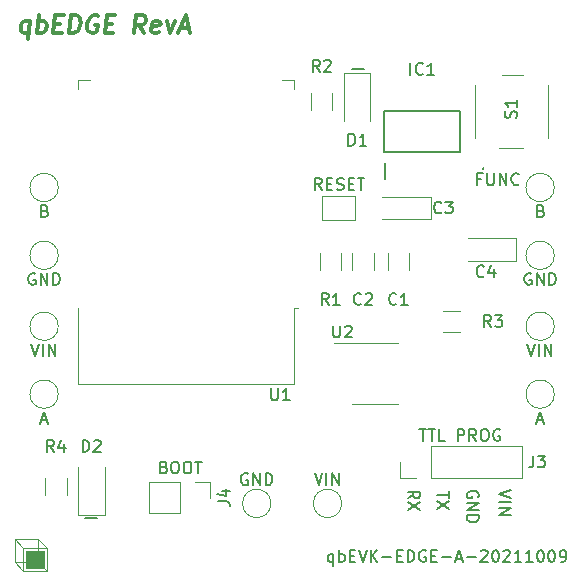
<source format=gbr>
%TF.GenerationSoftware,KiCad,Pcbnew,5.1.10-88a1d61d58~88~ubuntu20.04.1*%
%TF.CreationDate,2021-10-09T14:41:35+11:00*%
%TF.ProjectId,reva,72657661-2e6b-4696-9361-645f70636258,rev?*%
%TF.SameCoordinates,Original*%
%TF.FileFunction,Legend,Top*%
%TF.FilePolarity,Positive*%
%FSLAX46Y46*%
G04 Gerber Fmt 4.6, Leading zero omitted, Abs format (unit mm)*
G04 Created by KiCad (PCBNEW 5.1.10-88a1d61d58~88~ubuntu20.04.1) date 2021-10-09 14:41:35*
%MOMM*%
%LPD*%
G01*
G04 APERTURE LIST*
%ADD10C,0.150000*%
%ADD11C,0.100000*%
%ADD12C,0.120000*%
%ADD13C,0.300000*%
%ADD14C,0.200000*%
G04 APERTURE END LIST*
D10*
X138452380Y-124250000D02*
X137452380Y-124250000D01*
D11*
G36*
X134000000Y-128500000D02*
G01*
X132500000Y-128500000D01*
X132500000Y-127000000D01*
X134000000Y-127000000D01*
X134000000Y-128500000D01*
G37*
X134000000Y-128500000D02*
X132500000Y-128500000D01*
X132500000Y-127000000D01*
X134000000Y-127000000D01*
X134000000Y-128500000D01*
D12*
X133500000Y-128000000D02*
X131500000Y-128000000D01*
X133500000Y-128000000D02*
X134250000Y-128750000D01*
X133500000Y-126000000D02*
X133500000Y-128000000D01*
X133500000Y-126000000D02*
X134250000Y-126750000D01*
X131500000Y-126000000D02*
X133500000Y-126000000D01*
X131500000Y-128000000D02*
X132250000Y-128750000D01*
X131500000Y-126000000D02*
X131500000Y-128000000D01*
X132250000Y-126750000D02*
X131500000Y-126000000D01*
X132250000Y-126750000D02*
X132250000Y-128750000D01*
X134250000Y-126750000D02*
X132250000Y-126750000D01*
X134250000Y-128750000D02*
X134250000Y-126750000D01*
X132250000Y-128750000D02*
X134250000Y-128750000D01*
D10*
X158497738Y-127285714D02*
X158497738Y-128285714D01*
X158497738Y-127904761D02*
X158402500Y-127952380D01*
X158212023Y-127952380D01*
X158116785Y-127904761D01*
X158069166Y-127857142D01*
X158021547Y-127761904D01*
X158021547Y-127476190D01*
X158069166Y-127380952D01*
X158116785Y-127333333D01*
X158212023Y-127285714D01*
X158402500Y-127285714D01*
X158497738Y-127333333D01*
X158973928Y-127952380D02*
X158973928Y-126952380D01*
X158973928Y-127333333D02*
X159069166Y-127285714D01*
X159259642Y-127285714D01*
X159354880Y-127333333D01*
X159402500Y-127380952D01*
X159450119Y-127476190D01*
X159450119Y-127761904D01*
X159402500Y-127857142D01*
X159354880Y-127904761D01*
X159259642Y-127952380D01*
X159069166Y-127952380D01*
X158973928Y-127904761D01*
X159878690Y-127428571D02*
X160212023Y-127428571D01*
X160354880Y-127952380D02*
X159878690Y-127952380D01*
X159878690Y-126952380D01*
X160354880Y-126952380D01*
X160640595Y-126952380D02*
X160973928Y-127952380D01*
X161307261Y-126952380D01*
X161640595Y-127952380D02*
X161640595Y-126952380D01*
X162212023Y-127952380D02*
X161783452Y-127380952D01*
X162212023Y-126952380D02*
X161640595Y-127523809D01*
X162640595Y-127571428D02*
X163402500Y-127571428D01*
X163878690Y-127428571D02*
X164212023Y-127428571D01*
X164354880Y-127952380D02*
X163878690Y-127952380D01*
X163878690Y-126952380D01*
X164354880Y-126952380D01*
X164783452Y-127952380D02*
X164783452Y-126952380D01*
X165021547Y-126952380D01*
X165164404Y-127000000D01*
X165259642Y-127095238D01*
X165307261Y-127190476D01*
X165354880Y-127380952D01*
X165354880Y-127523809D01*
X165307261Y-127714285D01*
X165259642Y-127809523D01*
X165164404Y-127904761D01*
X165021547Y-127952380D01*
X164783452Y-127952380D01*
X166307261Y-127000000D02*
X166212023Y-126952380D01*
X166069166Y-126952380D01*
X165926309Y-127000000D01*
X165831071Y-127095238D01*
X165783452Y-127190476D01*
X165735833Y-127380952D01*
X165735833Y-127523809D01*
X165783452Y-127714285D01*
X165831071Y-127809523D01*
X165926309Y-127904761D01*
X166069166Y-127952380D01*
X166164404Y-127952380D01*
X166307261Y-127904761D01*
X166354880Y-127857142D01*
X166354880Y-127523809D01*
X166164404Y-127523809D01*
X166783452Y-127428571D02*
X167116785Y-127428571D01*
X167259642Y-127952380D02*
X166783452Y-127952380D01*
X166783452Y-126952380D01*
X167259642Y-126952380D01*
X167688214Y-127571428D02*
X168450119Y-127571428D01*
X168878690Y-127666666D02*
X169354880Y-127666666D01*
X168783452Y-127952380D02*
X169116785Y-126952380D01*
X169450119Y-127952380D01*
X169783452Y-127571428D02*
X170545357Y-127571428D01*
X170973928Y-127047619D02*
X171021547Y-127000000D01*
X171116785Y-126952380D01*
X171354880Y-126952380D01*
X171450119Y-127000000D01*
X171497738Y-127047619D01*
X171545357Y-127142857D01*
X171545357Y-127238095D01*
X171497738Y-127380952D01*
X170926309Y-127952380D01*
X171545357Y-127952380D01*
X172164404Y-126952380D02*
X172259642Y-126952380D01*
X172354880Y-127000000D01*
X172402500Y-127047619D01*
X172450119Y-127142857D01*
X172497738Y-127333333D01*
X172497738Y-127571428D01*
X172450119Y-127761904D01*
X172402500Y-127857142D01*
X172354880Y-127904761D01*
X172259642Y-127952380D01*
X172164404Y-127952380D01*
X172069166Y-127904761D01*
X172021547Y-127857142D01*
X171973928Y-127761904D01*
X171926309Y-127571428D01*
X171926309Y-127333333D01*
X171973928Y-127142857D01*
X172021547Y-127047619D01*
X172069166Y-127000000D01*
X172164404Y-126952380D01*
X172878690Y-127047619D02*
X172926309Y-127000000D01*
X173021547Y-126952380D01*
X173259642Y-126952380D01*
X173354880Y-127000000D01*
X173402500Y-127047619D01*
X173450119Y-127142857D01*
X173450119Y-127238095D01*
X173402500Y-127380952D01*
X172831071Y-127952380D01*
X173450119Y-127952380D01*
X174402500Y-127952380D02*
X173831071Y-127952380D01*
X174116785Y-127952380D02*
X174116785Y-126952380D01*
X174021547Y-127095238D01*
X173926309Y-127190476D01*
X173831071Y-127238095D01*
X175354880Y-127952380D02*
X174783452Y-127952380D01*
X175069166Y-127952380D02*
X175069166Y-126952380D01*
X174973928Y-127095238D01*
X174878690Y-127190476D01*
X174783452Y-127238095D01*
X175973928Y-126952380D02*
X176069166Y-126952380D01*
X176164404Y-127000000D01*
X176212023Y-127047619D01*
X176259642Y-127142857D01*
X176307261Y-127333333D01*
X176307261Y-127571428D01*
X176259642Y-127761904D01*
X176212023Y-127857142D01*
X176164404Y-127904761D01*
X176069166Y-127952380D01*
X175973928Y-127952380D01*
X175878690Y-127904761D01*
X175831071Y-127857142D01*
X175783452Y-127761904D01*
X175735833Y-127571428D01*
X175735833Y-127333333D01*
X175783452Y-127142857D01*
X175831071Y-127047619D01*
X175878690Y-127000000D01*
X175973928Y-126952380D01*
X176926309Y-126952380D02*
X177021547Y-126952380D01*
X177116785Y-127000000D01*
X177164404Y-127047619D01*
X177212023Y-127142857D01*
X177259642Y-127333333D01*
X177259642Y-127571428D01*
X177212023Y-127761904D01*
X177164404Y-127857142D01*
X177116785Y-127904761D01*
X177021547Y-127952380D01*
X176926309Y-127952380D01*
X176831071Y-127904761D01*
X176783452Y-127857142D01*
X176735833Y-127761904D01*
X176688214Y-127571428D01*
X176688214Y-127333333D01*
X176735833Y-127142857D01*
X176783452Y-127047619D01*
X176831071Y-127000000D01*
X176926309Y-126952380D01*
X177735833Y-127952380D02*
X177926309Y-127952380D01*
X178021547Y-127904761D01*
X178069166Y-127857142D01*
X178164404Y-127714285D01*
X178212023Y-127523809D01*
X178212023Y-127142857D01*
X178164404Y-127047619D01*
X178116785Y-127000000D01*
X178021547Y-126952380D01*
X177831071Y-126952380D01*
X177735833Y-127000000D01*
X177688214Y-127047619D01*
X177640595Y-127142857D01*
X177640595Y-127380952D01*
X177688214Y-127476190D01*
X177735833Y-127523809D01*
X177831071Y-127571428D01*
X178021547Y-127571428D01*
X178116785Y-127523809D01*
X178164404Y-127476190D01*
X178212023Y-127380952D01*
X160047619Y-86250000D02*
X161047619Y-86250000D01*
D13*
X132823214Y-82178571D02*
X132635714Y-83678571D01*
X132707142Y-83107142D02*
X132555357Y-83178571D01*
X132269642Y-83178571D01*
X132135714Y-83107142D01*
X132073214Y-83035714D01*
X132019642Y-82892857D01*
X132073214Y-82464285D01*
X132162500Y-82321428D01*
X132242857Y-82250000D01*
X132394642Y-82178571D01*
X132680357Y-82178571D01*
X132814285Y-82250000D01*
X133412500Y-83178571D02*
X133600000Y-81678571D01*
X133528571Y-82250000D02*
X133680357Y-82178571D01*
X133966071Y-82178571D01*
X134100000Y-82250000D01*
X134162500Y-82321428D01*
X134216071Y-82464285D01*
X134162500Y-82892857D01*
X134073214Y-83035714D01*
X133992857Y-83107142D01*
X133841071Y-83178571D01*
X133555357Y-83178571D01*
X133421428Y-83107142D01*
X134867857Y-82392857D02*
X135367857Y-82392857D01*
X135483928Y-83178571D02*
X134769642Y-83178571D01*
X134957142Y-81678571D01*
X135671428Y-81678571D01*
X136126785Y-83178571D02*
X136314285Y-81678571D01*
X136671428Y-81678571D01*
X136876785Y-81750000D01*
X137001785Y-81892857D01*
X137055357Y-82035714D01*
X137091071Y-82321428D01*
X137064285Y-82535714D01*
X136957142Y-82821428D01*
X136867857Y-82964285D01*
X136707142Y-83107142D01*
X136483928Y-83178571D01*
X136126785Y-83178571D01*
X138591071Y-81750000D02*
X138457142Y-81678571D01*
X138242857Y-81678571D01*
X138019642Y-81750000D01*
X137858928Y-81892857D01*
X137769642Y-82035714D01*
X137662500Y-82321428D01*
X137635714Y-82535714D01*
X137671428Y-82821428D01*
X137725000Y-82964285D01*
X137850000Y-83107142D01*
X138055357Y-83178571D01*
X138198214Y-83178571D01*
X138421428Y-83107142D01*
X138501785Y-83035714D01*
X138564285Y-82535714D01*
X138278571Y-82535714D01*
X139225000Y-82392857D02*
X139725000Y-82392857D01*
X139841071Y-83178571D02*
X139126785Y-83178571D01*
X139314285Y-81678571D01*
X140028571Y-81678571D01*
X142483928Y-83178571D02*
X142073214Y-82464285D01*
X141626785Y-83178571D02*
X141814285Y-81678571D01*
X142385714Y-81678571D01*
X142519642Y-81750000D01*
X142582142Y-81821428D01*
X142635714Y-81964285D01*
X142608928Y-82178571D01*
X142519642Y-82321428D01*
X142439285Y-82392857D01*
X142287500Y-82464285D01*
X141716071Y-82464285D01*
X143707142Y-83107142D02*
X143555357Y-83178571D01*
X143269642Y-83178571D01*
X143135714Y-83107142D01*
X143082142Y-82964285D01*
X143153571Y-82392857D01*
X143242857Y-82250000D01*
X143394642Y-82178571D01*
X143680357Y-82178571D01*
X143814285Y-82250000D01*
X143867857Y-82392857D01*
X143850000Y-82535714D01*
X143117857Y-82678571D01*
X144394642Y-82178571D02*
X144626785Y-83178571D01*
X145108928Y-82178571D01*
X145537500Y-82750000D02*
X146251785Y-82750000D01*
X145341071Y-83178571D02*
X146028571Y-81678571D01*
X146341071Y-83178571D01*
D10*
X173547619Y-121904761D02*
X172547619Y-122238095D01*
X173547619Y-122571428D01*
X172547619Y-122904761D02*
X173547619Y-122904761D01*
X172547619Y-123380952D02*
X173547619Y-123380952D01*
X172547619Y-123952380D01*
X173547619Y-123952380D01*
X170750000Y-122488095D02*
X170797619Y-122392857D01*
X170797619Y-122250000D01*
X170750000Y-122107142D01*
X170654761Y-122011904D01*
X170559523Y-121964285D01*
X170369047Y-121916666D01*
X170226190Y-121916666D01*
X170035714Y-121964285D01*
X169940476Y-122011904D01*
X169845238Y-122107142D01*
X169797619Y-122250000D01*
X169797619Y-122345238D01*
X169845238Y-122488095D01*
X169892857Y-122535714D01*
X170226190Y-122535714D01*
X170226190Y-122345238D01*
X169797619Y-122964285D02*
X170797619Y-122964285D01*
X169797619Y-123535714D01*
X170797619Y-123535714D01*
X169797619Y-124011904D02*
X170797619Y-124011904D01*
X170797619Y-124250000D01*
X170750000Y-124392857D01*
X170654761Y-124488095D01*
X170559523Y-124535714D01*
X170369047Y-124583333D01*
X170226190Y-124583333D01*
X170035714Y-124535714D01*
X169940476Y-124488095D01*
X169845238Y-124392857D01*
X169797619Y-124250000D01*
X169797619Y-124011904D01*
X168297619Y-121988095D02*
X168297619Y-122559523D01*
X167297619Y-122273809D02*
X168297619Y-122273809D01*
X168297619Y-122797619D02*
X167297619Y-123464285D01*
X168297619Y-123464285D02*
X167297619Y-122797619D01*
X164797619Y-122583333D02*
X165273809Y-122250000D01*
X164797619Y-122011904D02*
X165797619Y-122011904D01*
X165797619Y-122392857D01*
X165750000Y-122488095D01*
X165702380Y-122535714D01*
X165607142Y-122583333D01*
X165464285Y-122583333D01*
X165369047Y-122535714D01*
X165321428Y-122488095D01*
X165273809Y-122392857D01*
X165273809Y-122011904D01*
X165797619Y-122916666D02*
X164797619Y-123583333D01*
X165797619Y-123583333D02*
X164797619Y-122916666D01*
D14*
%TO.C,S1*%
X171200000Y-94700000D02*
X171200000Y-94700000D01*
X171200000Y-94600000D02*
X171200000Y-94600000D01*
X171200000Y-94700000D02*
X171200000Y-94700000D01*
D11*
X172800000Y-86750000D02*
X174550000Y-86750000D01*
X172800000Y-86750000D02*
X172800000Y-86750000D01*
X174550000Y-86750000D02*
X172800000Y-86750000D01*
X174550000Y-86750000D02*
X174550000Y-86750000D01*
X172550000Y-92950000D02*
X174550000Y-92950000D01*
X172550000Y-92950000D02*
X172550000Y-92950000D01*
X174550000Y-92950000D02*
X172550000Y-92950000D01*
X174550000Y-92950000D02*
X174550000Y-92950000D01*
X176650000Y-92100000D02*
X176650000Y-92100000D01*
X176650000Y-87600000D02*
X176650000Y-92100000D01*
X176650000Y-87600000D02*
X176650000Y-87600000D01*
X176650000Y-92100000D02*
X176650000Y-87600000D01*
X170450000Y-92100000D02*
X170450000Y-92100000D01*
X170450000Y-87600000D02*
X170450000Y-92100000D01*
X170450000Y-87600000D02*
X170450000Y-87600000D01*
X170450000Y-92100000D02*
X170450000Y-87600000D01*
D14*
X171200000Y-94600000D02*
G75*
G02*
X171200000Y-94700000I0J-50000D01*
G01*
X171200000Y-94700000D02*
G75*
G02*
X171200000Y-94600000I0J50000D01*
G01*
X171200000Y-94600000D02*
G75*
G02*
X171200000Y-94700000I0J-50000D01*
G01*
D12*
%TO.C,C4*%
X169900000Y-102435000D02*
X173985000Y-102435000D01*
X173985000Y-102435000D02*
X173985000Y-100565000D01*
X173985000Y-100565000D02*
X169900000Y-100565000D01*
%TO.C,C3*%
X162650000Y-98935000D02*
X166735000Y-98935000D01*
X166735000Y-98935000D02*
X166735000Y-97065000D01*
X166735000Y-97065000D02*
X162650000Y-97065000D01*
%TO.C,U1*%
X155120000Y-87900000D02*
X155120000Y-87120000D01*
X155120000Y-87120000D02*
X154120000Y-87120000D01*
X136880000Y-87900000D02*
X136880000Y-87120000D01*
X136880000Y-87120000D02*
X137880000Y-87120000D01*
X155120000Y-112865000D02*
X136880000Y-112865000D01*
X136880000Y-112865000D02*
X136880000Y-106445000D01*
X155120000Y-112865000D02*
X155120000Y-106445000D01*
X155120000Y-106445000D02*
X155500000Y-106445000D01*
%TO.C,R4*%
X135910000Y-120822936D02*
X135910000Y-122277064D01*
X134090000Y-120822936D02*
X134090000Y-122277064D01*
%TO.C,D2*%
X136865000Y-119900000D02*
X136865000Y-123960000D01*
X136865000Y-123960000D02*
X139135000Y-123960000D01*
X139135000Y-123960000D02*
X139135000Y-119900000D01*
%TO.C,TP10*%
X135200000Y-96250000D02*
G75*
G03*
X135200000Y-96250000I-1200000J0D01*
G01*
%TO.C,TP9*%
X135200000Y-113750000D02*
G75*
G03*
X135200000Y-113750000I-1200000J0D01*
G01*
%TO.C,TP8*%
X177200000Y-96250000D02*
G75*
G03*
X177200000Y-96250000I-1200000J0D01*
G01*
%TO.C,TP7*%
X177200000Y-113750000D02*
G75*
G03*
X177200000Y-113750000I-1200000J0D01*
G01*
%TO.C,R2*%
X156590000Y-89727064D02*
X156590000Y-88272936D01*
X158410000Y-89727064D02*
X158410000Y-88272936D01*
%TO.C,D1*%
X161635000Y-90600000D02*
X161635000Y-86540000D01*
X161635000Y-86540000D02*
X159365000Y-86540000D01*
X159365000Y-86540000D02*
X159365000Y-90600000D01*
%TO.C,TP6*%
X135200000Y-102000000D02*
G75*
G03*
X135200000Y-102000000I-1200000J0D01*
G01*
%TO.C,TP5*%
X135200000Y-108000000D02*
G75*
G03*
X135200000Y-108000000I-1200000J0D01*
G01*
%TO.C,TP4*%
X153200000Y-123000000D02*
G75*
G03*
X153200000Y-123000000I-1200000J0D01*
G01*
%TO.C,TP3*%
X159200000Y-123000000D02*
G75*
G03*
X159200000Y-123000000I-1200000J0D01*
G01*
%TO.C,TP2*%
X177200000Y-102000000D02*
G75*
G03*
X177200000Y-102000000I-1200000J0D01*
G01*
%TO.C,TP1*%
X177200000Y-108000000D02*
G75*
G03*
X177200000Y-108000000I-1200000J0D01*
G01*
%TO.C,JP1*%
X157500000Y-99000000D02*
X157500000Y-97000000D01*
X160300000Y-99000000D02*
X157500000Y-99000000D01*
X160300000Y-97000000D02*
X160300000Y-99000000D01*
X157500000Y-97000000D02*
X160300000Y-97000000D01*
D14*
%TO.C,IC1*%
X162875000Y-95525000D02*
X162875000Y-94175000D01*
X169252000Y-93252000D02*
X162748000Y-93252000D01*
X169252000Y-89748000D02*
X169252000Y-93252000D01*
X162748000Y-89748000D02*
X169252000Y-89748000D01*
X162748000Y-93252000D02*
X162748000Y-89748000D01*
D12*
%TO.C,R3*%
X167772936Y-106690000D02*
X169227064Y-106690000D01*
X167772936Y-108510000D02*
X169227064Y-108510000D01*
%TO.C,U2*%
X162000000Y-114560000D02*
X163950000Y-114560000D01*
X162000000Y-114560000D02*
X160050000Y-114560000D01*
X162000000Y-109440000D02*
X163950000Y-109440000D01*
X162000000Y-109440000D02*
X158550000Y-109440000D01*
%TO.C,R1*%
X159160000Y-101772936D02*
X159160000Y-103227064D01*
X157340000Y-101772936D02*
X157340000Y-103227064D01*
%TO.C,J4*%
X142880000Y-121170000D02*
X142880000Y-123830000D01*
X145480000Y-121170000D02*
X142880000Y-121170000D01*
X145480000Y-123830000D02*
X142880000Y-123830000D01*
X145480000Y-121170000D02*
X145480000Y-123830000D01*
X146750000Y-121170000D02*
X148080000Y-121170000D01*
X148080000Y-121170000D02*
X148080000Y-122500000D01*
%TO.C,J3*%
X174450000Y-120830000D02*
X174450000Y-118170000D01*
X166770000Y-120830000D02*
X174450000Y-120830000D01*
X166770000Y-118170000D02*
X174450000Y-118170000D01*
X166770000Y-120830000D02*
X166770000Y-118170000D01*
X165500000Y-120830000D02*
X164170000Y-120830000D01*
X164170000Y-120830000D02*
X164170000Y-119500000D01*
%TO.C,C2*%
X160090000Y-103211252D02*
X160090000Y-101788748D01*
X161910000Y-103211252D02*
X161910000Y-101788748D01*
%TO.C,C1*%
X163090000Y-103211252D02*
X163090000Y-101788748D01*
X164910000Y-103211252D02*
X164910000Y-101788748D01*
%TO.C,S1*%
D10*
X173954761Y-90361904D02*
X174002380Y-90219047D01*
X174002380Y-89980952D01*
X173954761Y-89885714D01*
X173907142Y-89838095D01*
X173811904Y-89790476D01*
X173716666Y-89790476D01*
X173621428Y-89838095D01*
X173573809Y-89885714D01*
X173526190Y-89980952D01*
X173478571Y-90171428D01*
X173430952Y-90266666D01*
X173383333Y-90314285D01*
X173288095Y-90361904D01*
X173192857Y-90361904D01*
X173097619Y-90314285D01*
X173050000Y-90266666D01*
X173002380Y-90171428D01*
X173002380Y-89933333D01*
X173050000Y-89790476D01*
X174002380Y-88838095D02*
X174002380Y-89409523D01*
X174002380Y-89123809D02*
X173002380Y-89123809D01*
X173145238Y-89219047D01*
X173240476Y-89314285D01*
X173288095Y-89409523D01*
X170995238Y-95528571D02*
X170661904Y-95528571D01*
X170661904Y-96052380D02*
X170661904Y-95052380D01*
X171138095Y-95052380D01*
X171519047Y-95052380D02*
X171519047Y-95861904D01*
X171566666Y-95957142D01*
X171614285Y-96004761D01*
X171709523Y-96052380D01*
X171900000Y-96052380D01*
X171995238Y-96004761D01*
X172042857Y-95957142D01*
X172090476Y-95861904D01*
X172090476Y-95052380D01*
X172566666Y-96052380D02*
X172566666Y-95052380D01*
X173138095Y-96052380D01*
X173138095Y-95052380D01*
X174185714Y-95957142D02*
X174138095Y-96004761D01*
X173995238Y-96052380D01*
X173900000Y-96052380D01*
X173757142Y-96004761D01*
X173661904Y-95909523D01*
X173614285Y-95814285D01*
X173566666Y-95623809D01*
X173566666Y-95480952D01*
X173614285Y-95290476D01*
X173661904Y-95195238D01*
X173757142Y-95100000D01*
X173900000Y-95052380D01*
X173995238Y-95052380D01*
X174138095Y-95100000D01*
X174185714Y-95147619D01*
%TO.C,C4*%
X171233333Y-103757142D02*
X171185714Y-103804761D01*
X171042857Y-103852380D01*
X170947619Y-103852380D01*
X170804761Y-103804761D01*
X170709523Y-103709523D01*
X170661904Y-103614285D01*
X170614285Y-103423809D01*
X170614285Y-103280952D01*
X170661904Y-103090476D01*
X170709523Y-102995238D01*
X170804761Y-102900000D01*
X170947619Y-102852380D01*
X171042857Y-102852380D01*
X171185714Y-102900000D01*
X171233333Y-102947619D01*
X172090476Y-103185714D02*
X172090476Y-103852380D01*
X171852380Y-102804761D02*
X171614285Y-103519047D01*
X172233333Y-103519047D01*
%TO.C,C3*%
X167633333Y-98357142D02*
X167585714Y-98404761D01*
X167442857Y-98452380D01*
X167347619Y-98452380D01*
X167204761Y-98404761D01*
X167109523Y-98309523D01*
X167061904Y-98214285D01*
X167014285Y-98023809D01*
X167014285Y-97880952D01*
X167061904Y-97690476D01*
X167109523Y-97595238D01*
X167204761Y-97500000D01*
X167347619Y-97452380D01*
X167442857Y-97452380D01*
X167585714Y-97500000D01*
X167633333Y-97547619D01*
X167966666Y-97452380D02*
X168585714Y-97452380D01*
X168252380Y-97833333D01*
X168395238Y-97833333D01*
X168490476Y-97880952D01*
X168538095Y-97928571D01*
X168585714Y-98023809D01*
X168585714Y-98261904D01*
X168538095Y-98357142D01*
X168490476Y-98404761D01*
X168395238Y-98452380D01*
X168109523Y-98452380D01*
X168014285Y-98404761D01*
X167966666Y-98357142D01*
%TO.C,U1*%
X153238095Y-113252380D02*
X153238095Y-114061904D01*
X153285714Y-114157142D01*
X153333333Y-114204761D01*
X153428571Y-114252380D01*
X153619047Y-114252380D01*
X153714285Y-114204761D01*
X153761904Y-114157142D01*
X153809523Y-114061904D01*
X153809523Y-113252380D01*
X154809523Y-114252380D02*
X154238095Y-114252380D01*
X154523809Y-114252380D02*
X154523809Y-113252380D01*
X154428571Y-113395238D01*
X154333333Y-113490476D01*
X154238095Y-113538095D01*
%TO.C,R4*%
X134833333Y-118652380D02*
X134500000Y-118176190D01*
X134261904Y-118652380D02*
X134261904Y-117652380D01*
X134642857Y-117652380D01*
X134738095Y-117700000D01*
X134785714Y-117747619D01*
X134833333Y-117842857D01*
X134833333Y-117985714D01*
X134785714Y-118080952D01*
X134738095Y-118128571D01*
X134642857Y-118176190D01*
X134261904Y-118176190D01*
X135690476Y-117985714D02*
X135690476Y-118652380D01*
X135452380Y-117604761D02*
X135214285Y-118319047D01*
X135833333Y-118319047D01*
%TO.C,D2*%
X137261904Y-118652380D02*
X137261904Y-117652380D01*
X137500000Y-117652380D01*
X137642857Y-117700000D01*
X137738095Y-117795238D01*
X137785714Y-117890476D01*
X137833333Y-118080952D01*
X137833333Y-118223809D01*
X137785714Y-118414285D01*
X137738095Y-118509523D01*
X137642857Y-118604761D01*
X137500000Y-118652380D01*
X137261904Y-118652380D01*
X138214285Y-117747619D02*
X138261904Y-117700000D01*
X138357142Y-117652380D01*
X138595238Y-117652380D01*
X138690476Y-117700000D01*
X138738095Y-117747619D01*
X138785714Y-117842857D01*
X138785714Y-117938095D01*
X138738095Y-118080952D01*
X138166666Y-118652380D01*
X138785714Y-118652380D01*
%TO.C,TP10*%
X134071428Y-98228571D02*
X134214285Y-98276190D01*
X134261904Y-98323809D01*
X134309523Y-98419047D01*
X134309523Y-98561904D01*
X134261904Y-98657142D01*
X134214285Y-98704761D01*
X134119047Y-98752380D01*
X133738095Y-98752380D01*
X133738095Y-97752380D01*
X134071428Y-97752380D01*
X134166666Y-97800000D01*
X134214285Y-97847619D01*
X134261904Y-97942857D01*
X134261904Y-98038095D01*
X134214285Y-98133333D01*
X134166666Y-98180952D01*
X134071428Y-98228571D01*
X133738095Y-98228571D01*
%TO.C,TP9*%
X133761904Y-115966666D02*
X134238095Y-115966666D01*
X133666666Y-116252380D02*
X134000000Y-115252380D01*
X134333333Y-116252380D01*
%TO.C,TP8*%
X176071428Y-98228571D02*
X176214285Y-98276190D01*
X176261904Y-98323809D01*
X176309523Y-98419047D01*
X176309523Y-98561904D01*
X176261904Y-98657142D01*
X176214285Y-98704761D01*
X176119047Y-98752380D01*
X175738095Y-98752380D01*
X175738095Y-97752380D01*
X176071428Y-97752380D01*
X176166666Y-97800000D01*
X176214285Y-97847619D01*
X176261904Y-97942857D01*
X176261904Y-98038095D01*
X176214285Y-98133333D01*
X176166666Y-98180952D01*
X176071428Y-98228571D01*
X175738095Y-98228571D01*
%TO.C,TP7*%
X175761904Y-115966666D02*
X176238095Y-115966666D01*
X175666666Y-116252380D02*
X176000000Y-115252380D01*
X176333333Y-116252380D01*
%TO.C,R2*%
X157333333Y-86452380D02*
X157000000Y-85976190D01*
X156761904Y-86452380D02*
X156761904Y-85452380D01*
X157142857Y-85452380D01*
X157238095Y-85500000D01*
X157285714Y-85547619D01*
X157333333Y-85642857D01*
X157333333Y-85785714D01*
X157285714Y-85880952D01*
X157238095Y-85928571D01*
X157142857Y-85976190D01*
X156761904Y-85976190D01*
X157714285Y-85547619D02*
X157761904Y-85500000D01*
X157857142Y-85452380D01*
X158095238Y-85452380D01*
X158190476Y-85500000D01*
X158238095Y-85547619D01*
X158285714Y-85642857D01*
X158285714Y-85738095D01*
X158238095Y-85880952D01*
X157666666Y-86452380D01*
X158285714Y-86452380D01*
%TO.C,D1*%
X159761904Y-92702380D02*
X159761904Y-91702380D01*
X160000000Y-91702380D01*
X160142857Y-91750000D01*
X160238095Y-91845238D01*
X160285714Y-91940476D01*
X160333333Y-92130952D01*
X160333333Y-92273809D01*
X160285714Y-92464285D01*
X160238095Y-92559523D01*
X160142857Y-92654761D01*
X160000000Y-92702380D01*
X159761904Y-92702380D01*
X161285714Y-92702380D02*
X160714285Y-92702380D01*
X161000000Y-92702380D02*
X161000000Y-91702380D01*
X160904761Y-91845238D01*
X160809523Y-91940476D01*
X160714285Y-91988095D01*
%TO.C,TP6*%
X133238095Y-103550000D02*
X133142857Y-103502380D01*
X133000000Y-103502380D01*
X132857142Y-103550000D01*
X132761904Y-103645238D01*
X132714285Y-103740476D01*
X132666666Y-103930952D01*
X132666666Y-104073809D01*
X132714285Y-104264285D01*
X132761904Y-104359523D01*
X132857142Y-104454761D01*
X133000000Y-104502380D01*
X133095238Y-104502380D01*
X133238095Y-104454761D01*
X133285714Y-104407142D01*
X133285714Y-104073809D01*
X133095238Y-104073809D01*
X133714285Y-104502380D02*
X133714285Y-103502380D01*
X134285714Y-104502380D01*
X134285714Y-103502380D01*
X134761904Y-104502380D02*
X134761904Y-103502380D01*
X135000000Y-103502380D01*
X135142857Y-103550000D01*
X135238095Y-103645238D01*
X135285714Y-103740476D01*
X135333333Y-103930952D01*
X135333333Y-104073809D01*
X135285714Y-104264285D01*
X135238095Y-104359523D01*
X135142857Y-104454761D01*
X135000000Y-104502380D01*
X134761904Y-104502380D01*
%TO.C,TP5*%
X132904761Y-109502380D02*
X133238095Y-110502380D01*
X133571428Y-109502380D01*
X133904761Y-110502380D02*
X133904761Y-109502380D01*
X134380952Y-110502380D02*
X134380952Y-109502380D01*
X134952380Y-110502380D01*
X134952380Y-109502380D01*
%TO.C,TP4*%
X151238095Y-120500000D02*
X151142857Y-120452380D01*
X151000000Y-120452380D01*
X150857142Y-120500000D01*
X150761904Y-120595238D01*
X150714285Y-120690476D01*
X150666666Y-120880952D01*
X150666666Y-121023809D01*
X150714285Y-121214285D01*
X150761904Y-121309523D01*
X150857142Y-121404761D01*
X151000000Y-121452380D01*
X151095238Y-121452380D01*
X151238095Y-121404761D01*
X151285714Y-121357142D01*
X151285714Y-121023809D01*
X151095238Y-121023809D01*
X151714285Y-121452380D02*
X151714285Y-120452380D01*
X152285714Y-121452380D01*
X152285714Y-120452380D01*
X152761904Y-121452380D02*
X152761904Y-120452380D01*
X153000000Y-120452380D01*
X153142857Y-120500000D01*
X153238095Y-120595238D01*
X153285714Y-120690476D01*
X153333333Y-120880952D01*
X153333333Y-121023809D01*
X153285714Y-121214285D01*
X153238095Y-121309523D01*
X153142857Y-121404761D01*
X153000000Y-121452380D01*
X152761904Y-121452380D01*
%TO.C,TP3*%
X156904761Y-120452380D02*
X157238095Y-121452380D01*
X157571428Y-120452380D01*
X157904761Y-121452380D02*
X157904761Y-120452380D01*
X158380952Y-121452380D02*
X158380952Y-120452380D01*
X158952380Y-121452380D01*
X158952380Y-120452380D01*
%TO.C,TP2*%
X175238095Y-103550000D02*
X175142857Y-103502380D01*
X175000000Y-103502380D01*
X174857142Y-103550000D01*
X174761904Y-103645238D01*
X174714285Y-103740476D01*
X174666666Y-103930952D01*
X174666666Y-104073809D01*
X174714285Y-104264285D01*
X174761904Y-104359523D01*
X174857142Y-104454761D01*
X175000000Y-104502380D01*
X175095238Y-104502380D01*
X175238095Y-104454761D01*
X175285714Y-104407142D01*
X175285714Y-104073809D01*
X175095238Y-104073809D01*
X175714285Y-104502380D02*
X175714285Y-103502380D01*
X176285714Y-104502380D01*
X176285714Y-103502380D01*
X176761904Y-104502380D02*
X176761904Y-103502380D01*
X177000000Y-103502380D01*
X177142857Y-103550000D01*
X177238095Y-103645238D01*
X177285714Y-103740476D01*
X177333333Y-103930952D01*
X177333333Y-104073809D01*
X177285714Y-104264285D01*
X177238095Y-104359523D01*
X177142857Y-104454761D01*
X177000000Y-104502380D01*
X176761904Y-104502380D01*
%TO.C,TP1*%
X174904761Y-109502380D02*
X175238095Y-110502380D01*
X175571428Y-109502380D01*
X175904761Y-110502380D02*
X175904761Y-109502380D01*
X176380952Y-110502380D02*
X176380952Y-109502380D01*
X176952380Y-110502380D01*
X176952380Y-109502380D01*
%TO.C,JP1*%
X157497619Y-96452380D02*
X157164285Y-95976190D01*
X156926190Y-96452380D02*
X156926190Y-95452380D01*
X157307142Y-95452380D01*
X157402380Y-95500000D01*
X157450000Y-95547619D01*
X157497619Y-95642857D01*
X157497619Y-95785714D01*
X157450000Y-95880952D01*
X157402380Y-95928571D01*
X157307142Y-95976190D01*
X156926190Y-95976190D01*
X157926190Y-95928571D02*
X158259523Y-95928571D01*
X158402380Y-96452380D02*
X157926190Y-96452380D01*
X157926190Y-95452380D01*
X158402380Y-95452380D01*
X158783333Y-96404761D02*
X158926190Y-96452380D01*
X159164285Y-96452380D01*
X159259523Y-96404761D01*
X159307142Y-96357142D01*
X159354761Y-96261904D01*
X159354761Y-96166666D01*
X159307142Y-96071428D01*
X159259523Y-96023809D01*
X159164285Y-95976190D01*
X158973809Y-95928571D01*
X158878571Y-95880952D01*
X158830952Y-95833333D01*
X158783333Y-95738095D01*
X158783333Y-95642857D01*
X158830952Y-95547619D01*
X158878571Y-95500000D01*
X158973809Y-95452380D01*
X159211904Y-95452380D01*
X159354761Y-95500000D01*
X159783333Y-95928571D02*
X160116666Y-95928571D01*
X160259523Y-96452380D02*
X159783333Y-96452380D01*
X159783333Y-95452380D01*
X160259523Y-95452380D01*
X160545238Y-95452380D02*
X161116666Y-95452380D01*
X160830952Y-96452380D02*
X160830952Y-95452380D01*
%TO.C,IC1*%
X165023809Y-86702380D02*
X165023809Y-85702380D01*
X166071428Y-86607142D02*
X166023809Y-86654761D01*
X165880952Y-86702380D01*
X165785714Y-86702380D01*
X165642857Y-86654761D01*
X165547619Y-86559523D01*
X165500000Y-86464285D01*
X165452380Y-86273809D01*
X165452380Y-86130952D01*
X165500000Y-85940476D01*
X165547619Y-85845238D01*
X165642857Y-85750000D01*
X165785714Y-85702380D01*
X165880952Y-85702380D01*
X166023809Y-85750000D01*
X166071428Y-85797619D01*
X167023809Y-86702380D02*
X166452380Y-86702380D01*
X166738095Y-86702380D02*
X166738095Y-85702380D01*
X166642857Y-85845238D01*
X166547619Y-85940476D01*
X166452380Y-85988095D01*
%TO.C,R3*%
X171833333Y-108052380D02*
X171500000Y-107576190D01*
X171261904Y-108052380D02*
X171261904Y-107052380D01*
X171642857Y-107052380D01*
X171738095Y-107100000D01*
X171785714Y-107147619D01*
X171833333Y-107242857D01*
X171833333Y-107385714D01*
X171785714Y-107480952D01*
X171738095Y-107528571D01*
X171642857Y-107576190D01*
X171261904Y-107576190D01*
X172166666Y-107052380D02*
X172785714Y-107052380D01*
X172452380Y-107433333D01*
X172595238Y-107433333D01*
X172690476Y-107480952D01*
X172738095Y-107528571D01*
X172785714Y-107623809D01*
X172785714Y-107861904D01*
X172738095Y-107957142D01*
X172690476Y-108004761D01*
X172595238Y-108052380D01*
X172309523Y-108052380D01*
X172214285Y-108004761D01*
X172166666Y-107957142D01*
%TO.C,U2*%
X158488095Y-107952380D02*
X158488095Y-108761904D01*
X158535714Y-108857142D01*
X158583333Y-108904761D01*
X158678571Y-108952380D01*
X158869047Y-108952380D01*
X158964285Y-108904761D01*
X159011904Y-108857142D01*
X159059523Y-108761904D01*
X159059523Y-107952380D01*
X159488095Y-108047619D02*
X159535714Y-108000000D01*
X159630952Y-107952380D01*
X159869047Y-107952380D01*
X159964285Y-108000000D01*
X160011904Y-108047619D01*
X160059523Y-108142857D01*
X160059523Y-108238095D01*
X160011904Y-108380952D01*
X159440476Y-108952380D01*
X160059523Y-108952380D01*
%TO.C,R1*%
X158083333Y-106202380D02*
X157750000Y-105726190D01*
X157511904Y-106202380D02*
X157511904Y-105202380D01*
X157892857Y-105202380D01*
X157988095Y-105250000D01*
X158035714Y-105297619D01*
X158083333Y-105392857D01*
X158083333Y-105535714D01*
X158035714Y-105630952D01*
X157988095Y-105678571D01*
X157892857Y-105726190D01*
X157511904Y-105726190D01*
X159035714Y-106202380D02*
X158464285Y-106202380D01*
X158750000Y-106202380D02*
X158750000Y-105202380D01*
X158654761Y-105345238D01*
X158559523Y-105440476D01*
X158464285Y-105488095D01*
%TO.C,J4*%
X148702380Y-122833333D02*
X149416666Y-122833333D01*
X149559523Y-122880952D01*
X149654761Y-122976190D01*
X149702380Y-123119047D01*
X149702380Y-123214285D01*
X149035714Y-121928571D02*
X149702380Y-121928571D01*
X148654761Y-122166666D02*
X149369047Y-122404761D01*
X149369047Y-121785714D01*
X144142857Y-119928571D02*
X144285714Y-119976190D01*
X144333333Y-120023809D01*
X144380952Y-120119047D01*
X144380952Y-120261904D01*
X144333333Y-120357142D01*
X144285714Y-120404761D01*
X144190476Y-120452380D01*
X143809523Y-120452380D01*
X143809523Y-119452380D01*
X144142857Y-119452380D01*
X144238095Y-119500000D01*
X144285714Y-119547619D01*
X144333333Y-119642857D01*
X144333333Y-119738095D01*
X144285714Y-119833333D01*
X144238095Y-119880952D01*
X144142857Y-119928571D01*
X143809523Y-119928571D01*
X145000000Y-119452380D02*
X145190476Y-119452380D01*
X145285714Y-119500000D01*
X145380952Y-119595238D01*
X145428571Y-119785714D01*
X145428571Y-120119047D01*
X145380952Y-120309523D01*
X145285714Y-120404761D01*
X145190476Y-120452380D01*
X145000000Y-120452380D01*
X144904761Y-120404761D01*
X144809523Y-120309523D01*
X144761904Y-120119047D01*
X144761904Y-119785714D01*
X144809523Y-119595238D01*
X144904761Y-119500000D01*
X145000000Y-119452380D01*
X146047619Y-119452380D02*
X146238095Y-119452380D01*
X146333333Y-119500000D01*
X146428571Y-119595238D01*
X146476190Y-119785714D01*
X146476190Y-120119047D01*
X146428571Y-120309523D01*
X146333333Y-120404761D01*
X146238095Y-120452380D01*
X146047619Y-120452380D01*
X145952380Y-120404761D01*
X145857142Y-120309523D01*
X145809523Y-120119047D01*
X145809523Y-119785714D01*
X145857142Y-119595238D01*
X145952380Y-119500000D01*
X146047619Y-119452380D01*
X146761904Y-119452380D02*
X147333333Y-119452380D01*
X147047619Y-120452380D02*
X147047619Y-119452380D01*
%TO.C,J3*%
X175416666Y-118952380D02*
X175416666Y-119666666D01*
X175369047Y-119809523D01*
X175273809Y-119904761D01*
X175130952Y-119952380D01*
X175035714Y-119952380D01*
X175797619Y-118952380D02*
X176416666Y-118952380D01*
X176083333Y-119333333D01*
X176226190Y-119333333D01*
X176321428Y-119380952D01*
X176369047Y-119428571D01*
X176416666Y-119523809D01*
X176416666Y-119761904D01*
X176369047Y-119857142D01*
X176321428Y-119904761D01*
X176226190Y-119952380D01*
X175940476Y-119952380D01*
X175845238Y-119904761D01*
X175797619Y-119857142D01*
X165773809Y-116702380D02*
X166345238Y-116702380D01*
X166059523Y-117702380D02*
X166059523Y-116702380D01*
X166535714Y-116702380D02*
X167107142Y-116702380D01*
X166821428Y-117702380D02*
X166821428Y-116702380D01*
X167916666Y-117702380D02*
X167440476Y-117702380D01*
X167440476Y-116702380D01*
X169011904Y-117702380D02*
X169011904Y-116702380D01*
X169392857Y-116702380D01*
X169488095Y-116750000D01*
X169535714Y-116797619D01*
X169583333Y-116892857D01*
X169583333Y-117035714D01*
X169535714Y-117130952D01*
X169488095Y-117178571D01*
X169392857Y-117226190D01*
X169011904Y-117226190D01*
X170583333Y-117702380D02*
X170250000Y-117226190D01*
X170011904Y-117702380D02*
X170011904Y-116702380D01*
X170392857Y-116702380D01*
X170488095Y-116750000D01*
X170535714Y-116797619D01*
X170583333Y-116892857D01*
X170583333Y-117035714D01*
X170535714Y-117130952D01*
X170488095Y-117178571D01*
X170392857Y-117226190D01*
X170011904Y-117226190D01*
X171202380Y-116702380D02*
X171392857Y-116702380D01*
X171488095Y-116750000D01*
X171583333Y-116845238D01*
X171630952Y-117035714D01*
X171630952Y-117369047D01*
X171583333Y-117559523D01*
X171488095Y-117654761D01*
X171392857Y-117702380D01*
X171202380Y-117702380D01*
X171107142Y-117654761D01*
X171011904Y-117559523D01*
X170964285Y-117369047D01*
X170964285Y-117035714D01*
X171011904Y-116845238D01*
X171107142Y-116750000D01*
X171202380Y-116702380D01*
X172583333Y-116750000D02*
X172488095Y-116702380D01*
X172345238Y-116702380D01*
X172202380Y-116750000D01*
X172107142Y-116845238D01*
X172059523Y-116940476D01*
X172011904Y-117130952D01*
X172011904Y-117273809D01*
X172059523Y-117464285D01*
X172107142Y-117559523D01*
X172202380Y-117654761D01*
X172345238Y-117702380D01*
X172440476Y-117702380D01*
X172583333Y-117654761D01*
X172630952Y-117607142D01*
X172630952Y-117273809D01*
X172440476Y-117273809D01*
%TO.C,C2*%
X160833333Y-106107142D02*
X160785714Y-106154761D01*
X160642857Y-106202380D01*
X160547619Y-106202380D01*
X160404761Y-106154761D01*
X160309523Y-106059523D01*
X160261904Y-105964285D01*
X160214285Y-105773809D01*
X160214285Y-105630952D01*
X160261904Y-105440476D01*
X160309523Y-105345238D01*
X160404761Y-105250000D01*
X160547619Y-105202380D01*
X160642857Y-105202380D01*
X160785714Y-105250000D01*
X160833333Y-105297619D01*
X161214285Y-105297619D02*
X161261904Y-105250000D01*
X161357142Y-105202380D01*
X161595238Y-105202380D01*
X161690476Y-105250000D01*
X161738095Y-105297619D01*
X161785714Y-105392857D01*
X161785714Y-105488095D01*
X161738095Y-105630952D01*
X161166666Y-106202380D01*
X161785714Y-106202380D01*
%TO.C,C1*%
X163833333Y-106107142D02*
X163785714Y-106154761D01*
X163642857Y-106202380D01*
X163547619Y-106202380D01*
X163404761Y-106154761D01*
X163309523Y-106059523D01*
X163261904Y-105964285D01*
X163214285Y-105773809D01*
X163214285Y-105630952D01*
X163261904Y-105440476D01*
X163309523Y-105345238D01*
X163404761Y-105250000D01*
X163547619Y-105202380D01*
X163642857Y-105202380D01*
X163785714Y-105250000D01*
X163833333Y-105297619D01*
X164785714Y-106202380D02*
X164214285Y-106202380D01*
X164500000Y-106202380D02*
X164500000Y-105202380D01*
X164404761Y-105345238D01*
X164309523Y-105440476D01*
X164214285Y-105488095D01*
%TD*%
M02*

</source>
